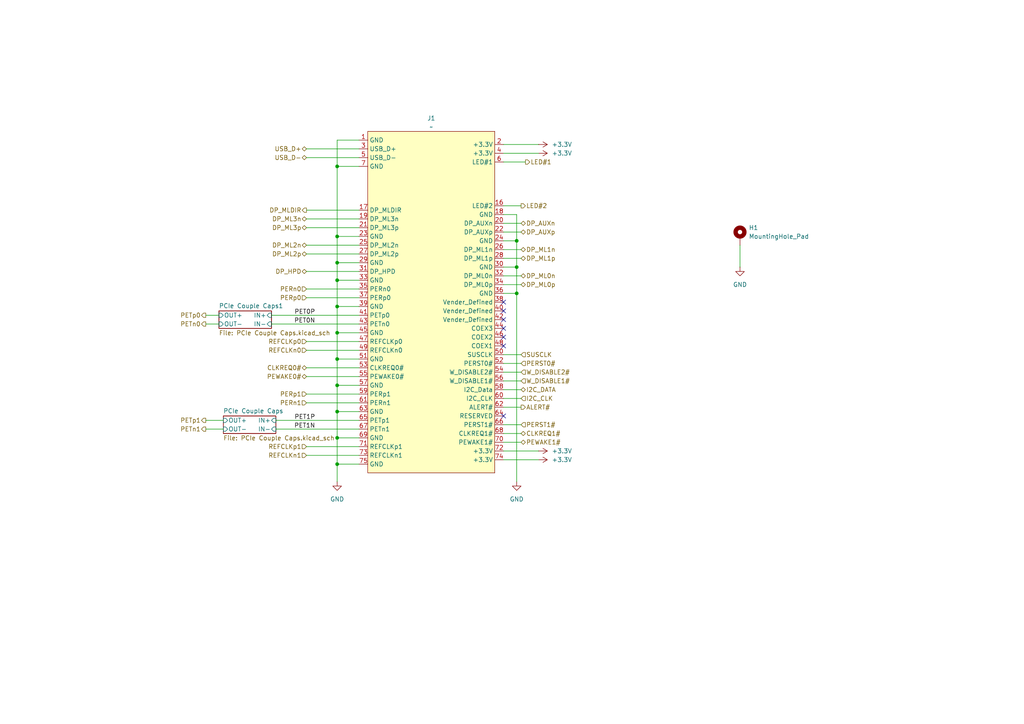
<source format=kicad_sch>
(kicad_sch (version 20250114) (generator "eeschema") (generator_version "9.0")
  (paper "A4")
  (lib_symbols
    (symbol "Mechanical:MountingHole_Pad" (pin_numbers (hide yes)) (pin_names (offset 1.016) (hide yes)) (in_bom no)
      (property "Reference" "H" (at 0 6.35 0))
      (property "Value" "MountingHole_Pad" (at 0 4.445 0))
      (symbol "MountingHole_Pad_0_1"
        (circle (center 0 1.27) (radius 1.27) (stroke (width 1.27)))
      )
      (symbol "MountingHole_Pad_1_1"
        (pin input line (at 0 -2.54 90) (length 2.54) (name "1") (number "1"))
      )
    )
    (symbol "PCIexpress:M.2_A_Key"
      (property "Reference" "J" (at 0 0 0))
      (symbol "M.2_A_Key_0_1"
        (rectangle (start -17.78 -5.08) (end 19.05 -104.14) (fill (type background)))
      )
      (symbol "M.2_A_Key_1_1"
        (pin power_in line (at -20.32 -7.62 0) (length 2.54) (name "GND") (number "1"))
        (pin bidirectional line (at -20.32 -10.16 0) (length 2.54) (name "USB_D+") (number "3"))
        (pin bidirectional line (at -20.32 -12.7 0) (length 2.54) (name "USB_D-") (number "5"))
        (pin power_in line (at -20.32 -15.24 0) (length 2.54) (name "GND") (number "7"))
        (pin output line (at -20.32 -27.94 0) (length 2.54) (name "DP_MLDIR") (number "17"))
        (pin bidirectional line (at -20.32 -30.48 0) (length 2.54) (name "DP_ML3n") (number "19"))
        (pin bidirectional line (at -20.32 -33.02 0) (length 2.54) (name "DP_ML3p") (number "21"))
        (pin power_in line (at -20.32 -35.56 0) (length 2.54) (name "GND") (number "23"))
        (pin bidirectional line (at -20.32 -38.1 0) (length 2.54) (name "DP_ML2n") (number "25"))
        (pin bidirectional line (at -20.32 -40.64 0) (length 2.54) (name "DP_ML2p") (number "27"))
        (pin power_in line (at -20.32 -43.18 0) (length 2.54) (name "GND") (number "29"))
        (pin bidirectional line (at -20.32 -45.72 0) (length 2.54) (name "DP_HPD") (number "31"))
        (pin power_in line (at -20.32 -48.26 0) (length 2.54) (name "GND") (number "33"))
        (pin input line (at -20.32 -50.8 0) (length 2.54) (name "PERn0") (number "35"))
        (pin input line (at -20.32 -53.34 0) (length 2.54) (name "PERp0") (number "37"))
        (pin power_in line (at -20.32 -55.88 0) (length 2.54) (name "GND") (number "39"))
        (pin output line (at -20.32 -58.42 0) (length 2.54) (name "PETp0") (number "41"))
        (pin output line (at -20.32 -60.96 0) (length 2.54) (name "PETn0") (number "43"))
        (pin power_in line (at -20.32 -63.5 0) (length 2.54) (name "GND") (number "45"))
        (pin input line (at -20.32 -66.04 0) (length 2.54) (name "REFCLKp0") (number "47"))
        (pin input line (at -20.32 -68.58 0) (length 2.54) (name "REFCLKn0") (number "49"))
        (pin power_in line (at -20.32 -71.12 0) (length 2.54) (name "GND") (number "51"))
        (pin bidirectional line (at -20.32 -73.66 0) (length 2.54) (name "CLKREQ0#") (number "53"))
        (pin bidirectional line (at -20.32 -76.2 0) (length 2.54) (name "PEWAKE0#") (number "55"))
        (pin power_in line (at -20.32 -78.74 0) (length 2.54) (name "GND") (number "57"))
        (pin input line (at -20.32 -81.28 0) (length 2.54) (name "PERp1") (number "59"))
        (pin input line (at -20.32 -83.82 0) (length 2.54) (name "PERn1") (number "61"))
        (pin power_in line (at -20.32 -86.36 0) (length 2.54) (name "GND") (number "63"))
        (pin output line (at -20.32 -88.9 0) (length 2.54) (name "PETp1") (number "65"))
        (pin output line (at -20.32 -91.44 0) (length 2.54) (name "PETn1") (number "67"))
        (pin passive line (at -20.32 -93.98 0) (length 2.54) (name "GND") (number "69"))
        (pin input line (at -20.32 -96.52 0) (length 2.54) (name "REFCLKp1") (number "71"))
        (pin input line (at -20.32 -99.06 0) (length 2.54) (name "REFCLKn1") (number "73"))
        (pin power_in line (at -20.32 -101.6 0) (length 2.54) (name "GND") (number "75"))
        (pin power_in line (at 21.59 -8.89 180) (length 2.54) (name "+3.3V") (number "2"))
        (pin power_in line (at 21.59 -11.43 180) (length 2.54) (name "+3.3V") (number "4"))
        (pin output line (at 21.59 -13.97 180) (length 2.54) (name "LED#1") (number "6"))
        (pin output line (at 21.59 -26.67 180) (length 2.54) (name "LED#2") (number "16"))
        (pin power_in line (at 21.59 -29.21 180) (length 2.54) (name "GND") (number "18"))
        (pin bidirectional line (at 21.59 -31.75 180) (length 2.54) (name "DP_AUXn") (number "20"))
        (pin bidirectional line (at 21.59 -34.29 180) (length 2.54) (name "DP_AUXp") (number "22"))
        (pin power_in line (at 21.59 -36.83 180) (length 2.54) (name "GND") (number "24"))
        (pin bidirectional line (at 21.59 -39.37 180) (length 2.54) (name "DP_ML1n") (number "26"))
        (pin bidirectional line (at 21.59 -41.91 180) (length 2.54) (name "DP_ML1p") (number "28"))
        (pin power_in line (at 21.59 -44.45 180) (length 2.54) (name "GND") (number "30"))
        (pin bidirectional line (at 21.59 -46.99 180) (length 2.54) (name "DP_ML0n") (number "32"))
        (pin bidirectional line (at 21.59 -49.53 180) (length 2.54) (name "DP_ML0p") (number "34"))
        (pin power_in line (at 21.59 -52.07 180) (length 2.54) (name "GND") (number "36"))
        (pin unspecified line (at 21.59 -54.61 180) (length 2.54) (name "Vender_Defined") (number "38"))
        (pin unspecified line (at 21.59 -57.15 180) (length 2.54) (name "Vender_Defined") (number "40"))
        (pin unspecified line (at 21.59 -59.69 180) (length 2.54) (name "Vender_Defined") (number "42"))
        (pin bidirectional line (at 21.59 -62.23 180) (length 2.54) (name "COEX3") (number "44"))
        (pin bidirectional line (at 21.59 -64.77 180) (length 2.54) (name "COEX2") (number "46"))
        (pin bidirectional line (at 21.59 -67.31 180) (length 2.54) (name "COEX1") (number "48"))
        (pin input line (at 21.59 -69.85 180) (length 2.54) (name "SUSCLK") (number "50"))
        (pin input line (at 21.59 -72.39 180) (length 2.54) (name "PERST0#") (number "52"))
        (pin input line (at 21.59 -74.93 180) (length 2.54) (name "W_DISABLE2#") (number "54"))
        (pin input line (at 21.59 -77.47 180) (length 2.54) (name "W_DISABLE1#") (number "56"))
        (pin bidirectional line (at 21.59 -80.01 180) (length 2.54) (name "I2C_Data") (number "58"))
        (pin input line (at 21.59 -82.55 180) (length 2.54) (name "I2C_CLK") (number "60"))
        (pin output line (at 21.59 -85.09 180) (length 2.54) (name "ALERT#") (number "62"))
        (pin unspecified line (at 21.59 -87.63 180) (length 2.54) (name "RESERVED") (number "64"))
        (pin input line (at 21.59 -90.17 180) (length 2.54) (name "PERST1#") (number "66"))
        (pin bidirectional line (at 21.59 -92.71 180) (length 2.54) (name "CLKREQ1#") (number "68"))
        (pin bidirectional line (at 21.59 -95.25 180) (length 2.54) (name "PEWAKE1#") (number "70"))
        (pin power_in line (at 21.59 -97.79 180) (length 2.54) (name "+3.3V") (number "72"))
        (pin power_in line (at 21.59 -100.33 180) (length 2.54) (name "+3.3V") (number "74"))
      )
    )
    (symbol "power:+3.3V" (power) (pin_numbers (hide yes)) (pin_names (offset 0) (hide yes))
      (property "Value" "+3.3V" (at 0 3.556 0))
      (symbol "+3.3V_0_1"
        (polyline (pts (xy -0.762 1.27) (xy 0 2.54)))
        (polyline (pts (xy 0 2.54) (xy 0.762 1.27)))
        (polyline (pts (xy 0 0) (xy 0 2.54)))
      )
      (symbol "+3.3V_1_1"
        (pin power_in line (at 0 0 90) (length 0) (name "~") (number "1"))
      )
    )
    (symbol "power:GND" (power) (pin_numbers (hide yes)) (pin_names (offset 0) (hide yes))
      (property "Value" "GND" (at 0 -3.81 0))
      (symbol "GND_0_1"
        (polyline (pts (xy 0 0) (xy 0 -1.27) (xy 1.27 -1.27) (xy 0 -2.54) (xy -1.27 -1.27) (xy 0 -1.27)))
      )
      (symbol "GND_1_1"
        (pin power_in line (at 0 0 270) (length 0) (name "~") (number "1"))
      )
    )
  )
  (junction (at 97.79 76.2))
  (junction (at 97.79 134.62))
  (junction (at 97.79 111.76))
  (junction (at 97.79 81.28))
  (junction (at 97.79 127))
  (junction (at 149.86 85.09))
  (junction (at 149.86 69.85))
  (junction (at 97.79 104.14))
  (junction (at 149.86 77.47))
  (junction (at 97.79 88.9))
  (junction (at 97.79 68.58))
  (junction (at 97.79 119.38))
  (junction (at 97.79 48.26))
  (junction (at 97.79 96.52))
  (no_connect (at 146.05 100.33))
  (no_connect (at 146.05 120.65))
  (no_connect (at 146.05 95.25))
  (no_connect (at 146.05 87.63))
  (no_connect (at 146.05 97.79))
  (no_connect (at 146.05 90.17))
  (no_connect (at 146.05 92.71))
  (wire (pts (xy 80.01 124.46) (xy 104.14 124.46)))
  (wire (pts (xy 88.9 101.6) (xy 104.14 101.6)))
  (wire (pts (xy 88.9 86.36) (xy 104.14 86.36)))
  (wire (pts (xy 88.9 109.22) (xy 104.14 109.22)))
  (wire (pts (xy 88.9 71.12) (xy 104.14 71.12)))
  (wire (pts (xy 88.9 60.96) (xy 104.14 60.96)))
  (wire (pts (xy 104.14 48.26) (xy 97.79 48.26)))
  (wire (pts (xy 146.05 64.77) (xy 151.13 64.77)))
  (wire (pts (xy 88.9 78.74) (xy 104.14 78.74)))
  (wire (pts (xy 149.86 77.47) (xy 149.86 85.09)))
  (wire (pts (xy 146.05 72.39) (xy 151.13 72.39)))
  (wire (pts (xy 59.69 124.46) (xy 64.77 124.46)))
  (wire (pts (xy 78.74 91.44) (xy 104.14 91.44)))
  (wire (pts (xy 146.05 85.09) (xy 149.86 85.09)))
  (wire (pts (xy 146.05 125.73) (xy 151.13 125.73)))
  (wire (pts (xy 146.05 77.47) (xy 149.86 77.47)))
  (wire (pts (xy 104.14 119.38) (xy 97.79 119.38)))
  (wire (pts (xy 88.9 99.06) (xy 104.14 99.06)))
  (wire (pts (xy 146.05 74.93) (xy 151.13 74.93)))
  (wire (pts (xy 88.9 129.54) (xy 104.14 129.54)))
  (wire (pts (xy 149.86 62.23) (xy 149.86 69.85)))
  (wire (pts (xy 149.86 85.09) (xy 149.86 139.7)))
  (wire (pts (xy 88.9 114.3) (xy 104.14 114.3)))
  (wire (pts (xy 88.9 106.68) (xy 104.14 106.68)))
  (wire (pts (xy 104.14 76.2) (xy 97.79 76.2)))
  (wire (pts (xy 88.9 63.5) (xy 104.14 63.5)))
  (wire (pts (xy 88.9 43.18) (xy 104.14 43.18)))
  (wire (pts (xy 97.79 81.28) (xy 97.79 88.9)))
  (wire (pts (xy 146.05 113.03) (xy 151.13 113.03)))
  (wire (pts (xy 146.05 82.55) (xy 151.13 82.55)))
  (wire (pts (xy 97.79 104.14) (xy 97.79 111.76)))
  (wire (pts (xy 97.79 88.9) (xy 97.79 96.52)))
  (wire (pts (xy 146.05 102.87) (xy 151.13 102.87)))
  (wire (pts (xy 146.05 130.81) (xy 156.21 130.81)))
  (wire (pts (xy 146.05 107.95) (xy 151.13 107.95)))
  (wire (pts (xy 146.05 69.85) (xy 149.86 69.85)))
  (wire (pts (xy 97.79 76.2) (xy 97.79 81.28)))
  (wire (pts (xy 146.05 115.57) (xy 151.13 115.57)))
  (wire (pts (xy 97.79 40.64) (xy 97.79 48.26)))
  (wire (pts (xy 104.14 68.58) (xy 97.79 68.58)))
  (wire (pts (xy 146.05 118.11) (xy 151.13 118.11)))
  (wire (pts (xy 146.05 67.31) (xy 151.13 67.31)))
  (wire (pts (xy 104.14 40.64) (xy 97.79 40.64)))
  (wire (pts (xy 97.79 96.52) (xy 97.79 104.14)))
  (wire (pts (xy 146.05 128.27) (xy 151.13 128.27)))
  (wire (pts (xy 88.9 73.66) (xy 104.14 73.66)))
  (wire (pts (xy 88.9 83.82) (xy 104.14 83.82)))
  (wire (pts (xy 146.05 110.49) (xy 151.13 110.49)))
  (wire (pts (xy 104.14 134.62) (xy 97.79 134.62)))
  (wire (pts (xy 104.14 96.52) (xy 97.79 96.52)))
  (wire (pts (xy 104.14 81.28) (xy 97.79 81.28)))
  (wire (pts (xy 214.63 71.12) (xy 214.63 77.47)))
  (wire (pts (xy 97.79 111.76) (xy 97.79 119.38)))
  (wire (pts (xy 88.9 66.04) (xy 104.14 66.04)))
  (wire (pts (xy 146.05 44.45) (xy 156.21 44.45)))
  (wire (pts (xy 97.79 127) (xy 97.79 134.62)))
  (wire (pts (xy 146.05 59.69) (xy 151.13 59.69)))
  (wire (pts (xy 104.14 104.14) (xy 97.79 104.14)))
  (wire (pts (xy 104.14 111.76) (xy 97.79 111.76)))
  (wire (pts (xy 59.69 91.44) (xy 63.5 91.44)))
  (wire (pts (xy 88.9 116.84) (xy 104.14 116.84)))
  (wire (pts (xy 149.86 69.85) (xy 149.86 77.47)))
  (wire (pts (xy 146.05 80.01) (xy 151.13 80.01)))
  (wire (pts (xy 97.79 68.58) (xy 97.79 76.2)))
  (wire (pts (xy 104.14 127) (xy 97.79 127)))
  (wire (pts (xy 97.79 119.38) (xy 97.79 127)))
  (wire (pts (xy 104.14 88.9) (xy 97.79 88.9)))
  (wire (pts (xy 146.05 105.41) (xy 151.13 105.41)))
  (wire (pts (xy 88.9 45.72) (xy 104.14 45.72)))
  (wire (pts (xy 80.01 121.92) (xy 104.14 121.92)))
  (wire (pts (xy 146.05 62.23) (xy 149.86 62.23)))
  (wire (pts (xy 59.69 93.98) (xy 63.5 93.98)))
  (wire (pts (xy 88.9 132.08) (xy 104.14 132.08)))
  (wire (pts (xy 146.05 46.99) (xy 152.4 46.99)))
  (wire (pts (xy 59.69 121.92) (xy 64.77 121.92)))
  (wire (pts (xy 146.05 123.19) (xy 151.13 123.19)))
  (wire (pts (xy 97.79 134.62) (xy 97.79 139.7)))
  (wire (pts (xy 146.05 133.35) (xy 156.21 133.35)))
  (wire (pts (xy 146.05 41.91) (xy 156.21 41.91)))
  (wire (pts (xy 78.74 93.98) (xy 104.14 93.98)))
  (wire (pts (xy 97.79 48.26) (xy 97.79 68.58)))
  (label "PET0N" (at 91.44 93.98 180))
  (label "PET0P" (at 91.44 91.44 180))
  (label "PET1P" (at 91.44 121.92 180))
  (label "PET1N" (at 91.44 124.46 180))
  (hierarchical_label "DP_ML1n" (shape bidirectional) (at 151.13 72.39 0))
  (hierarchical_label "DP_ML2n" (shape bidirectional) (at 88.9 71.12 180))
  (hierarchical_label "W_DISABLE1#" (shape input) (at 151.13 110.49 0))
  (hierarchical_label "DP_AUXp" (shape bidirectional) (at 151.13 67.31 0))
  (hierarchical_label "REFCLKn0" (shape input) (at 88.9 101.6 180))
  (hierarchical_label "PETn1" (shape output) (at 59.69 124.46 180))
  (hierarchical_label "CLKREQ1#" (shape bidirectional) (at 151.13 125.73 0))
  (hierarchical_label "PETp1" (shape output) (at 59.69 121.92 180))
  (hierarchical_label "I2C_DATA" (shape bidirectional) (at 151.13 113.03 0))
  (hierarchical_label "PERp0" (shape input) (at 88.9 86.36 180))
  (hierarchical_label "DP_ML0n" (shape bidirectional) (at 151.13 80.01 0))
  (hierarchical_label "REFCLKn1" (shape input) (at 88.9 132.08 180))
  (hierarchical_label "LED#1" (shape output) (at 152.4 46.99 0))
  (hierarchical_label "REFCLKp0" (shape input) (at 88.9 99.06 180))
  (hierarchical_label "PERST0#" (shape input) (at 151.13 105.41 0))
  (hierarchical_label "PETp0" (shape output) (at 59.69 91.44 180))
  (hierarchical_label "USB_D-" (shape bidirectional) (at 88.9 45.72 180))
  (hierarchical_label "DP_ML2p" (shape bidirectional) (at 88.9 73.66 180))
  (hierarchical_label "W_DISABLE2#" (shape input) (at 151.13 107.95 0))
  (hierarchical_label "DP_ML3n" (shape bidirectional) (at 88.9 63.5 180))
  (hierarchical_label "DP_HPD" (shape bidirectional) (at 88.9 78.74 180))
  (hierarchical_label "PERST1#" (shape input) (at 151.13 123.19 0))
  (hierarchical_label "PERn1" (shape input) (at 88.9 116.84 180))
  (hierarchical_label "SUSCLK" (shape input) (at 151.13 102.87 0))
  (hierarchical_label "PEWAKE1#" (shape bidirectional) (at 151.13 128.27 0))
  (hierarchical_label "CLKREQ0#" (shape bidirectional) (at 88.9 106.68 180))
  (hierarchical_label "REFCLKp1" (shape input) (at 88.9 129.54 180))
  (hierarchical_label "DP_ML3p" (shape bidirectional) (at 88.9 66.04 180))
  (hierarchical_label "PETn0" (shape output) (at 59.69 93.98 180))
  (hierarchical_label "PERp1" (shape input) (at 88.9 114.3 180))
  (hierarchical_label "USB_D+" (shape bidirectional) (at 88.9 43.18 180))
  (hierarchical_label "I2C_CLK" (shape input) (at 151.13 115.57 0))
  (hierarchical_label "ALERT#" (shape output) (at 151.13 118.11 0))
  (hierarchical_label "PERn0" (shape input) (at 88.9 83.82 180))
  (hierarchical_label "DP_AUXn" (shape bidirectional) (at 151.13 64.77 0))
  (hierarchical_label "DP_MLDIR" (shape output) (at 88.9 60.96 180))
  (hierarchical_label "DP_ML0p" (shape bidirectional) (at 151.13 82.55 0))
  (hierarchical_label "PEWAKE0#" (shape bidirectional) (at 88.9 109.22 180))
  (hierarchical_label "DP_ML1p" (shape bidirectional) (at 151.13 74.93 0))
  (hierarchical_label "LED#2" (shape output) (at 151.13 59.69 0))
  (symbol (lib_id "power:+3.3V") (at 156.21 130.81 270) (unit 1)
    (property "Reference" "#PWR05" (effects (hide yes)))
    (property "Value" "+3.3V" (at 160.02 130.8099 90) (effects (justify left)))
    (property "Description" "Power symbol creates a global label with name \"+3.3V\"" (effects (hide yes)))
  )
  (symbol (lib_id "PCIexpress:M.2_A_Key") (at 124.46 33.02 0) (unit 1)
    (property "Reference" "J1" (at 125.095 34.29 0))
    (property "Value" "~" (at 125.095 36.83 0))
    (property "Footprint" "PCIexpress:M.2 A Key Connector" (effects (hide yes)))
    (property "Note" "Check PCIe M.2 Specification for Pin Alt mode functions. Check your socket pinout for pin functions." (effects (hide yes)))
  )
  (symbol (lib_id "power:GND") (at 97.79 139.7 0) (unit 1)
    (property "Reference" "#PWR01" (effects (hide yes)))
    (property "Value" "GND" (at 97.79 144.78 0))
    (property "Description" "Power symbol creates a global label with name \"GND\" , ground" (effects (hide yes)))
  )
  (symbol (lib_id "power:+3.3V") (at 156.21 44.45 270) (unit 1)
    (property "Reference" "#PWR04" (effects (hide yes)))
    (property "Value" "+3.3V" (at 160.02 44.4499 90) (effects (justify left)))
    (property "Description" "Power symbol creates a global label with name \"+3.3V\"" (effects (hide yes)))
  )
  (symbol (lib_id "power:GND") (at 214.63 77.47 0) (unit 1)
    (property "Reference" "#PWR07" (effects (hide yes)))
    (property "Value" "GND" (at 214.63 82.55 0))
    (property "Description" "Power symbol creates a global label with name \"GND\" , ground" (effects (hide yes)))
  )
  (symbol (lib_id "power:+3.3V") (at 156.21 41.91 270) (unit 1)
    (property "Reference" "#PWR03" (effects (hide yes)))
    (property "Value" "+3.3V" (at 160.02 41.9099 90) (effects (justify left)))
    (property "Description" "Power symbol creates a global label with name \"+3.3V\"" (effects (hide yes)))
  )
  (symbol (lib_id "power:+3.3V") (at 156.21 133.35 270) (unit 1)
    (property "Reference" "#PWR06" (effects (hide yes)))
    (property "Value" "+3.3V" (at 160.02 133.3499 90) (effects (justify left)))
    (property "Description" "Power symbol creates a global label with name \"+3.3V\"" (effects (hide yes)))
  )
  (symbol (lib_id "power:GND") (at 149.86 139.7 0) (unit 1)
    (property "Reference" "#PWR02" (effects (hide yes)))
    (property "Value" "GND" (at 149.86 144.78 0))
    (property "Description" "Power symbol creates a global label with name \"GND\" , ground" (effects (hide yes)))
  )
  (symbol (lib_id "Mechanical:MountingHole_Pad") (at 214.63 68.58 0) (unit 1) (in_bom no)
    (property "Reference" "H1" (at 217.17 66.0399 0) (effects (justify left)))
    (property "Value" "MountingHole_Pad" (at 217.17 68.5799 0) (effects (justify left)))
    (property "Footprint" "PCIexpress:M.2 Mounting Pad" (effects (hide yes)))
    (property "Description" "Mounting Hole with connection" (effects (hide yes)))
  )
  (sheet (at 64.77 120.65) (size 15.24 5.08) (stroke (width 0.1524))
    (property "Sheetname" "PCIe Couple Caps" (at 64.77 119.9384 0) (effects (justify left bottom)))
    (property "Sheetfile" "PCIe Couple Caps.kicad_sch" (at 64.77 126.3146 0) (effects (justify left top)))
    (pin "OUT-" input (at 64.77 124.46 180))
    (pin "IN+" input (at 80.01 121.92 0))
    (pin "OUT+" input (at 64.77 121.92 180))
    (pin "IN-" input (at 80.01 124.46 0))
  )
  (sheet (at 63.5 90.17) (size 15.24 5.08) (stroke (width 0.1524))
    (property "Sheetname" "PCIe Couple Caps1" (at 63.5 89.4584 0) (effects (justify left bottom)))
    (property "Sheetfile" "PCIe Couple Caps.kicad_sch" (at 63.5 95.8346 0) (effects (justify left top)))
    (pin "OUT-" input (at 63.5 93.98 180))
    (pin "IN+" input (at 78.74 91.44 0))
    (pin "OUT+" input (at 63.5 91.44 180))
    (pin "IN-" input (at 78.74 93.98 0))
  )
)
</source>
